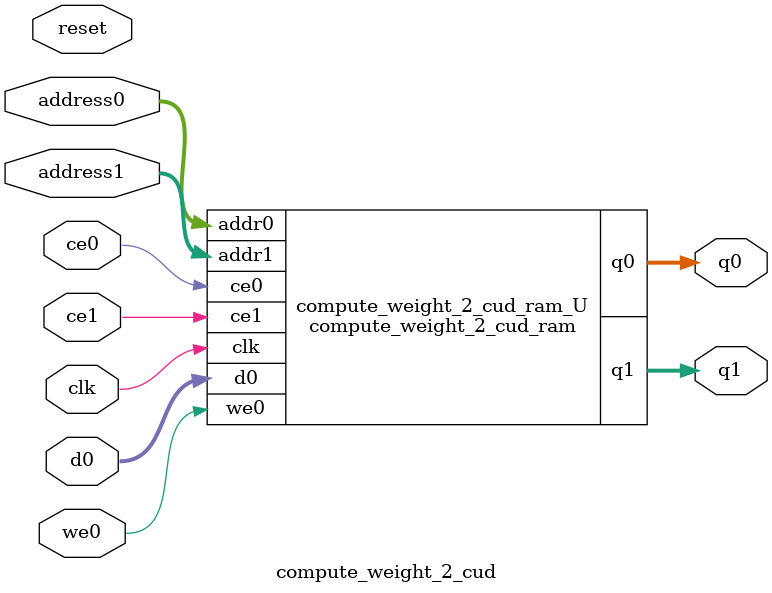
<source format=v>

`timescale 1 ns / 1 ps
module compute_weight_2_cud_ram (addr0, ce0, d0, we0, q0, addr1, ce1, q1,  clk);

parameter DWIDTH = 32;
parameter AWIDTH = 12;
parameter MEM_SIZE = 4096;

input[AWIDTH-1:0] addr0;
input ce0;
input[DWIDTH-1:0] d0;
input we0;
output reg[DWIDTH-1:0] q0;
input[AWIDTH-1:0] addr1;
input ce1;
output reg[DWIDTH-1:0] q1;
input clk;

(* ram_style = "block" *)reg [DWIDTH-1:0] ram[0:MEM_SIZE-1];




always @(posedge clk)  
begin 
    if (ce0) 
    begin
        if (we0) 
        begin 
            ram[addr0] <= d0; 
            q0 <= d0;
        end 
        else 
            q0 <= ram[addr0];
    end
end


always @(posedge clk)  
begin 
    if (ce1) 
    begin
            q1 <= ram[addr1];
    end
end


endmodule


`timescale 1 ns / 1 ps
module compute_weight_2_cud(
    reset,
    clk,
    address0,
    ce0,
    we0,
    d0,
    q0,
    address1,
    ce1,
    q1);

parameter DataWidth = 32'd32;
parameter AddressRange = 32'd4096;
parameter AddressWidth = 32'd12;
input reset;
input clk;
input[AddressWidth - 1:0] address0;
input ce0;
input we0;
input[DataWidth - 1:0] d0;
output[DataWidth - 1:0] q0;
input[AddressWidth - 1:0] address1;
input ce1;
output[DataWidth - 1:0] q1;



compute_weight_2_cud_ram compute_weight_2_cud_ram_U(
    .clk( clk ),
    .addr0( address0 ),
    .ce0( ce0 ),
    .we0( we0 ),
    .d0( d0 ),
    .q0( q0 ),
    .addr1( address1 ),
    .ce1( ce1 ),
    .q1( q1 ));

endmodule


</source>
